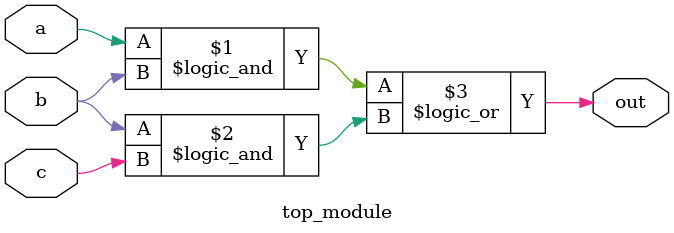
<source format=sv>
module top_module(
    input a,
    input b,
    input c,
    output out
);

    assign out = (a && b) || (b && c);

endmodule

</source>
